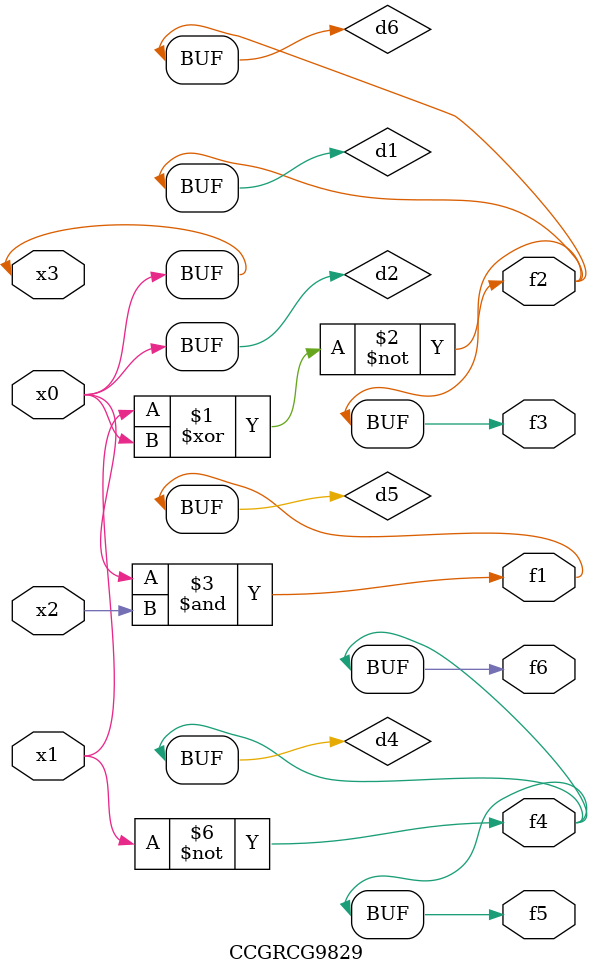
<source format=v>
module CCGRCG9829(
	input x0, x1, x2, x3,
	output f1, f2, f3, f4, f5, f6
);

	wire d1, d2, d3, d4, d5, d6;

	xnor (d1, x1, x3);
	buf (d2, x0, x3);
	nand (d3, x0, x2);
	not (d4, x1);
	nand (d5, d3);
	or (d6, d1);
	assign f1 = d5;
	assign f2 = d6;
	assign f3 = d6;
	assign f4 = d4;
	assign f5 = d4;
	assign f6 = d4;
endmodule

</source>
